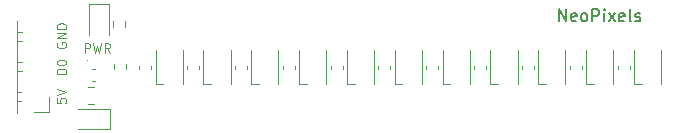
<source format=gbr>
%TF.GenerationSoftware,KiCad,Pcbnew,7.0.7*%
%TF.CreationDate,2023-09-25T07:31:56+02:00*%
%TF.ProjectId,beginner_led_pcb,62656769-6e6e-4657-925f-6c65645f7063,rev?*%
%TF.SameCoordinates,Original*%
%TF.FileFunction,Legend,Top*%
%TF.FilePolarity,Positive*%
%FSLAX46Y46*%
G04 Gerber Fmt 4.6, Leading zero omitted, Abs format (unit mm)*
G04 Created by KiCad (PCBNEW 7.0.7) date 2023-09-25 07:31:56*
%MOMM*%
%LPD*%
G01*
G04 APERTURE LIST*
%ADD10C,0.100000*%
%ADD11C,0.150000*%
%ADD12C,0.080000*%
%ADD13C,0.120000*%
G04 APERTURE END LIST*
D10*
X200674990Y-108564687D02*
X200636895Y-108640877D01*
X200636895Y-108640877D02*
X200636895Y-108755163D01*
X200636895Y-108755163D02*
X200674990Y-108869449D01*
X200674990Y-108869449D02*
X200751180Y-108945639D01*
X200751180Y-108945639D02*
X200827371Y-108983734D01*
X200827371Y-108983734D02*
X200979752Y-109021830D01*
X200979752Y-109021830D02*
X201094038Y-109021830D01*
X201094038Y-109021830D02*
X201246419Y-108983734D01*
X201246419Y-108983734D02*
X201322609Y-108945639D01*
X201322609Y-108945639D02*
X201398800Y-108869449D01*
X201398800Y-108869449D02*
X201436895Y-108755163D01*
X201436895Y-108755163D02*
X201436895Y-108678972D01*
X201436895Y-108678972D02*
X201398800Y-108564687D01*
X201398800Y-108564687D02*
X201360704Y-108526591D01*
X201360704Y-108526591D02*
X201094038Y-108526591D01*
X201094038Y-108526591D02*
X201094038Y-108678972D01*
X201436895Y-108183734D02*
X200636895Y-108183734D01*
X200636895Y-108183734D02*
X201436895Y-107726591D01*
X201436895Y-107726591D02*
X200636895Y-107726591D01*
X201436895Y-107345639D02*
X200636895Y-107345639D01*
X200636895Y-107345639D02*
X200636895Y-107155163D01*
X200636895Y-107155163D02*
X200674990Y-107040877D01*
X200674990Y-107040877D02*
X200751180Y-106964687D01*
X200751180Y-106964687D02*
X200827371Y-106926592D01*
X200827371Y-106926592D02*
X200979752Y-106888496D01*
X200979752Y-106888496D02*
X201094038Y-106888496D01*
X201094038Y-106888496D02*
X201246419Y-106926592D01*
X201246419Y-106926592D02*
X201322609Y-106964687D01*
X201322609Y-106964687D02*
X201398800Y-107040877D01*
X201398800Y-107040877D02*
X201436895Y-107155163D01*
X201436895Y-107155163D02*
X201436895Y-107345639D01*
X201436895Y-111193734D02*
X200636895Y-111193734D01*
X200636895Y-111193734D02*
X200636895Y-111003258D01*
X200636895Y-111003258D02*
X200674990Y-110888972D01*
X200674990Y-110888972D02*
X200751180Y-110812782D01*
X200751180Y-110812782D02*
X200827371Y-110774687D01*
X200827371Y-110774687D02*
X200979752Y-110736591D01*
X200979752Y-110736591D02*
X201094038Y-110736591D01*
X201094038Y-110736591D02*
X201246419Y-110774687D01*
X201246419Y-110774687D02*
X201322609Y-110812782D01*
X201322609Y-110812782D02*
X201398800Y-110888972D01*
X201398800Y-110888972D02*
X201436895Y-111003258D01*
X201436895Y-111003258D02*
X201436895Y-111193734D01*
X200636895Y-110241353D02*
X200636895Y-110165163D01*
X200636895Y-110165163D02*
X200674990Y-110088972D01*
X200674990Y-110088972D02*
X200713085Y-110050877D01*
X200713085Y-110050877D02*
X200789276Y-110012782D01*
X200789276Y-110012782D02*
X200941657Y-109974687D01*
X200941657Y-109974687D02*
X201132133Y-109974687D01*
X201132133Y-109974687D02*
X201284514Y-110012782D01*
X201284514Y-110012782D02*
X201360704Y-110050877D01*
X201360704Y-110050877D02*
X201398800Y-110088972D01*
X201398800Y-110088972D02*
X201436895Y-110165163D01*
X201436895Y-110165163D02*
X201436895Y-110241353D01*
X201436895Y-110241353D02*
X201398800Y-110317544D01*
X201398800Y-110317544D02*
X201360704Y-110355639D01*
X201360704Y-110355639D02*
X201284514Y-110393734D01*
X201284514Y-110393734D02*
X201132133Y-110431830D01*
X201132133Y-110431830D02*
X200941657Y-110431830D01*
X200941657Y-110431830D02*
X200789276Y-110393734D01*
X200789276Y-110393734D02*
X200713085Y-110355639D01*
X200713085Y-110355639D02*
X200674990Y-110317544D01*
X200674990Y-110317544D02*
X200636895Y-110241353D01*
D11*
X243186779Y-106719819D02*
X243186779Y-105719819D01*
X243186779Y-105719819D02*
X243758207Y-106719819D01*
X243758207Y-106719819D02*
X243758207Y-105719819D01*
X244615350Y-106672200D02*
X244520112Y-106719819D01*
X244520112Y-106719819D02*
X244329636Y-106719819D01*
X244329636Y-106719819D02*
X244234398Y-106672200D01*
X244234398Y-106672200D02*
X244186779Y-106576961D01*
X244186779Y-106576961D02*
X244186779Y-106196009D01*
X244186779Y-106196009D02*
X244234398Y-106100771D01*
X244234398Y-106100771D02*
X244329636Y-106053152D01*
X244329636Y-106053152D02*
X244520112Y-106053152D01*
X244520112Y-106053152D02*
X244615350Y-106100771D01*
X244615350Y-106100771D02*
X244662969Y-106196009D01*
X244662969Y-106196009D02*
X244662969Y-106291247D01*
X244662969Y-106291247D02*
X244186779Y-106386485D01*
X245234398Y-106719819D02*
X245139160Y-106672200D01*
X245139160Y-106672200D02*
X245091541Y-106624580D01*
X245091541Y-106624580D02*
X245043922Y-106529342D01*
X245043922Y-106529342D02*
X245043922Y-106243628D01*
X245043922Y-106243628D02*
X245091541Y-106148390D01*
X245091541Y-106148390D02*
X245139160Y-106100771D01*
X245139160Y-106100771D02*
X245234398Y-106053152D01*
X245234398Y-106053152D02*
X245377255Y-106053152D01*
X245377255Y-106053152D02*
X245472493Y-106100771D01*
X245472493Y-106100771D02*
X245520112Y-106148390D01*
X245520112Y-106148390D02*
X245567731Y-106243628D01*
X245567731Y-106243628D02*
X245567731Y-106529342D01*
X245567731Y-106529342D02*
X245520112Y-106624580D01*
X245520112Y-106624580D02*
X245472493Y-106672200D01*
X245472493Y-106672200D02*
X245377255Y-106719819D01*
X245377255Y-106719819D02*
X245234398Y-106719819D01*
X245996303Y-106719819D02*
X245996303Y-105719819D01*
X245996303Y-105719819D02*
X246377255Y-105719819D01*
X246377255Y-105719819D02*
X246472493Y-105767438D01*
X246472493Y-105767438D02*
X246520112Y-105815057D01*
X246520112Y-105815057D02*
X246567731Y-105910295D01*
X246567731Y-105910295D02*
X246567731Y-106053152D01*
X246567731Y-106053152D02*
X246520112Y-106148390D01*
X246520112Y-106148390D02*
X246472493Y-106196009D01*
X246472493Y-106196009D02*
X246377255Y-106243628D01*
X246377255Y-106243628D02*
X245996303Y-106243628D01*
X246996303Y-106719819D02*
X246996303Y-106053152D01*
X246996303Y-105719819D02*
X246948684Y-105767438D01*
X246948684Y-105767438D02*
X246996303Y-105815057D01*
X246996303Y-105815057D02*
X247043922Y-105767438D01*
X247043922Y-105767438D02*
X246996303Y-105719819D01*
X246996303Y-105719819D02*
X246996303Y-105815057D01*
X247377255Y-106719819D02*
X247901064Y-106053152D01*
X247377255Y-106053152D02*
X247901064Y-106719819D01*
X248662969Y-106672200D02*
X248567731Y-106719819D01*
X248567731Y-106719819D02*
X248377255Y-106719819D01*
X248377255Y-106719819D02*
X248282017Y-106672200D01*
X248282017Y-106672200D02*
X248234398Y-106576961D01*
X248234398Y-106576961D02*
X248234398Y-106196009D01*
X248234398Y-106196009D02*
X248282017Y-106100771D01*
X248282017Y-106100771D02*
X248377255Y-106053152D01*
X248377255Y-106053152D02*
X248567731Y-106053152D01*
X248567731Y-106053152D02*
X248662969Y-106100771D01*
X248662969Y-106100771D02*
X248710588Y-106196009D01*
X248710588Y-106196009D02*
X248710588Y-106291247D01*
X248710588Y-106291247D02*
X248234398Y-106386485D01*
X249282017Y-106719819D02*
X249186779Y-106672200D01*
X249186779Y-106672200D02*
X249139160Y-106576961D01*
X249139160Y-106576961D02*
X249139160Y-105719819D01*
X249615351Y-106672200D02*
X249710589Y-106719819D01*
X249710589Y-106719819D02*
X249901065Y-106719819D01*
X249901065Y-106719819D02*
X249996303Y-106672200D01*
X249996303Y-106672200D02*
X250043922Y-106576961D01*
X250043922Y-106576961D02*
X250043922Y-106529342D01*
X250043922Y-106529342D02*
X249996303Y-106434104D01*
X249996303Y-106434104D02*
X249901065Y-106386485D01*
X249901065Y-106386485D02*
X249758208Y-106386485D01*
X249758208Y-106386485D02*
X249662970Y-106338866D01*
X249662970Y-106338866D02*
X249615351Y-106243628D01*
X249615351Y-106243628D02*
X249615351Y-106196009D01*
X249615351Y-106196009D02*
X249662970Y-106100771D01*
X249662970Y-106100771D02*
X249758208Y-106053152D01*
X249758208Y-106053152D02*
X249901065Y-106053152D01*
X249901065Y-106053152D02*
X249996303Y-106100771D01*
D10*
X200636895Y-113262782D02*
X200636895Y-113643734D01*
X200636895Y-113643734D02*
X201017847Y-113681830D01*
X201017847Y-113681830D02*
X200979752Y-113643734D01*
X200979752Y-113643734D02*
X200941657Y-113567544D01*
X200941657Y-113567544D02*
X200941657Y-113377068D01*
X200941657Y-113377068D02*
X200979752Y-113300877D01*
X200979752Y-113300877D02*
X201017847Y-113262782D01*
X201017847Y-113262782D02*
X201094038Y-113224687D01*
X201094038Y-113224687D02*
X201284514Y-113224687D01*
X201284514Y-113224687D02*
X201360704Y-113262782D01*
X201360704Y-113262782D02*
X201398800Y-113300877D01*
X201398800Y-113300877D02*
X201436895Y-113377068D01*
X201436895Y-113377068D02*
X201436895Y-113567544D01*
X201436895Y-113567544D02*
X201398800Y-113643734D01*
X201398800Y-113643734D02*
X201360704Y-113681830D01*
X200636895Y-112996115D02*
X201436895Y-112729448D01*
X201436895Y-112729448D02*
X200636895Y-112462782D01*
D12*
X202993333Y-109395935D02*
X202993333Y-108595935D01*
X202993333Y-108595935D02*
X203298095Y-108595935D01*
X203298095Y-108595935D02*
X203374285Y-108634030D01*
X203374285Y-108634030D02*
X203412380Y-108672125D01*
X203412380Y-108672125D02*
X203450476Y-108748316D01*
X203450476Y-108748316D02*
X203450476Y-108862601D01*
X203450476Y-108862601D02*
X203412380Y-108938792D01*
X203412380Y-108938792D02*
X203374285Y-108976887D01*
X203374285Y-108976887D02*
X203298095Y-109014982D01*
X203298095Y-109014982D02*
X202993333Y-109014982D01*
X203717142Y-108595935D02*
X203907618Y-109395935D01*
X203907618Y-109395935D02*
X204059999Y-108824506D01*
X204059999Y-108824506D02*
X204212380Y-109395935D01*
X204212380Y-109395935D02*
X204402857Y-108595935D01*
X205164762Y-109395935D02*
X204898095Y-109014982D01*
X204707619Y-109395935D02*
X204707619Y-108595935D01*
X204707619Y-108595935D02*
X205012381Y-108595935D01*
X205012381Y-108595935D02*
X205088571Y-108634030D01*
X205088571Y-108634030D02*
X205126666Y-108672125D01*
X205126666Y-108672125D02*
X205164762Y-108748316D01*
X205164762Y-108748316D02*
X205164762Y-108862601D01*
X205164762Y-108862601D02*
X205126666Y-108938792D01*
X205126666Y-108938792D02*
X205088571Y-108976887D01*
X205088571Y-108976887D02*
X205012381Y-109014982D01*
X205012381Y-109014982D02*
X204707619Y-109014982D01*
D13*
%TO.C,C3*%
X215715000Y-110760580D02*
X215715000Y-110479420D01*
X216735000Y-110760580D02*
X216735000Y-110479420D01*
%TO.C,D2*%
X213050000Y-112000000D02*
X213700000Y-112000000D01*
X213050000Y-112000000D02*
X213050000Y-109160000D01*
X215350000Y-112000000D02*
X215350000Y-109160000D01*
%TO.C,D1*%
X209000000Y-112000000D02*
X209650000Y-112000000D01*
X209000000Y-112000000D02*
X209000000Y-109160000D01*
X211300000Y-112000000D02*
X211300000Y-109160000D01*
%TO.C,D12*%
X205135000Y-115860000D02*
X205135000Y-114160000D01*
X205135000Y-115860000D02*
X202475000Y-115860000D01*
X205135000Y-114160000D02*
X202475000Y-114160000D01*
%TO.C,D9*%
X241400000Y-112000000D02*
X242050000Y-112000000D01*
X241400000Y-112000000D02*
X241400000Y-109160000D01*
X243700000Y-112000000D02*
X243700000Y-109160000D01*
%TO.C,R1*%
X205412500Y-107212258D02*
X205412500Y-106737742D01*
X206457500Y-107212258D02*
X206457500Y-106737742D01*
%TO.C,C8*%
X235965000Y-110760580D02*
X235965000Y-110479420D01*
X236985000Y-110760580D02*
X236985000Y-110479420D01*
%TO.C,FB1*%
X203579721Y-110780000D02*
X203905279Y-110780000D01*
X203579721Y-111800000D02*
X203905279Y-111800000D01*
%TO.C,C1*%
X207615000Y-110760580D02*
X207615000Y-110479420D01*
X208635000Y-110760580D02*
X208635000Y-110479420D01*
%TO.C,C6*%
X227865000Y-110760580D02*
X227865000Y-110479420D01*
X228885000Y-110760580D02*
X228885000Y-110479420D01*
%TO.C,C4*%
X219765000Y-110760580D02*
X219765000Y-110479420D01*
X220785000Y-110760580D02*
X220785000Y-110479420D01*
%TO.C,D11*%
X249525000Y-112000000D02*
X250175000Y-112000000D01*
X249525000Y-112000000D02*
X249525000Y-109160000D01*
X251825000Y-112000000D02*
X251825000Y-109160000D01*
%TO.C,D8*%
X237350000Y-112000000D02*
X238000000Y-112000000D01*
X237350000Y-112000000D02*
X237350000Y-109160000D01*
X239650000Y-112000000D02*
X239650000Y-109160000D01*
%TO.C,R2*%
X205477500Y-110812258D02*
X205477500Y-110337742D01*
X206522500Y-110812258D02*
X206522500Y-110337742D01*
%TO.C,D5*%
X225200000Y-112000000D02*
X225850000Y-112000000D01*
X225200000Y-112000000D02*
X225200000Y-109160000D01*
X227500000Y-112000000D02*
X227500000Y-109160000D01*
%TO.C,C10*%
X244065000Y-110760580D02*
X244065000Y-110479420D01*
X245085000Y-110760580D02*
X245085000Y-110479420D01*
D10*
%TO.C,PWR*%
X203250000Y-110040000D02*
G75*
G03*
X203250000Y-110040000I-50000J0D01*
G01*
D13*
%TO.C,D6*%
X229250000Y-112000000D02*
X229900000Y-112000000D01*
X229250000Y-112000000D02*
X229250000Y-109160000D01*
X231550000Y-112000000D02*
X231550000Y-109160000D01*
%TO.C,D7*%
X233300000Y-112000000D02*
X233950000Y-112000000D01*
X233300000Y-112000000D02*
X233300000Y-109160000D01*
X235600000Y-112000000D02*
X235600000Y-109160000D01*
%TO.C,C2*%
X211665000Y-110760580D02*
X211665000Y-110479420D01*
X212685000Y-110760580D02*
X212685000Y-110479420D01*
%TO.C,C7*%
X231915000Y-110760580D02*
X231915000Y-110479420D01*
X232935000Y-110760580D02*
X232935000Y-110479420D01*
%TO.C,D10*%
X245450000Y-112000000D02*
X246100000Y-112000000D01*
X245450000Y-112000000D02*
X245450000Y-109160000D01*
X247750000Y-112000000D02*
X247750000Y-109160000D01*
%TO.C,C5*%
X223815000Y-110760580D02*
X223815000Y-110479420D01*
X224835000Y-110760580D02*
X224835000Y-110479420D01*
%TO.C,D13*%
X205035000Y-105240000D02*
X203335000Y-105240000D01*
X205035000Y-105240000D02*
X205035000Y-107900000D01*
X203335000Y-105240000D02*
X203335000Y-107900000D01*
%TO.C,D4*%
X221150000Y-112000000D02*
X221800000Y-112000000D01*
X221150000Y-112000000D02*
X221150000Y-109160000D01*
X223450000Y-112000000D02*
X223450000Y-109160000D01*
%TO.C,D3*%
X217100000Y-112000000D02*
X217750000Y-112000000D01*
X217100000Y-112000000D02*
X217100000Y-109160000D01*
X219400000Y-112000000D02*
X219400000Y-109160000D01*
%TO.C,J1*%
X199970000Y-114410000D02*
X198700000Y-114410000D01*
X199970000Y-113140000D02*
X199970000Y-114410000D01*
X197657071Y-110980000D02*
X197260000Y-110980000D01*
X197657071Y-110220000D02*
X197260000Y-110220000D01*
X197657071Y-108440000D02*
X197260000Y-108440000D01*
X197657071Y-107680000D02*
X197260000Y-107680000D01*
X197590000Y-113520000D02*
X197260000Y-113520000D01*
X197590000Y-112760000D02*
X197260000Y-112760000D01*
X197260000Y-114470000D02*
X197260000Y-106730000D01*
%TO.C,C11*%
X248140000Y-110760580D02*
X248140000Y-110479420D01*
X249160000Y-110760580D02*
X249160000Y-110479420D01*
%TO.C,C9*%
X240015000Y-110760580D02*
X240015000Y-110479420D01*
X241035000Y-110760580D02*
X241035000Y-110479420D01*
%TO.C,C12*%
X203268748Y-112305000D02*
X203791252Y-112305000D01*
X203268748Y-113775000D02*
X203791252Y-113775000D01*
%TD*%
M02*

</source>
